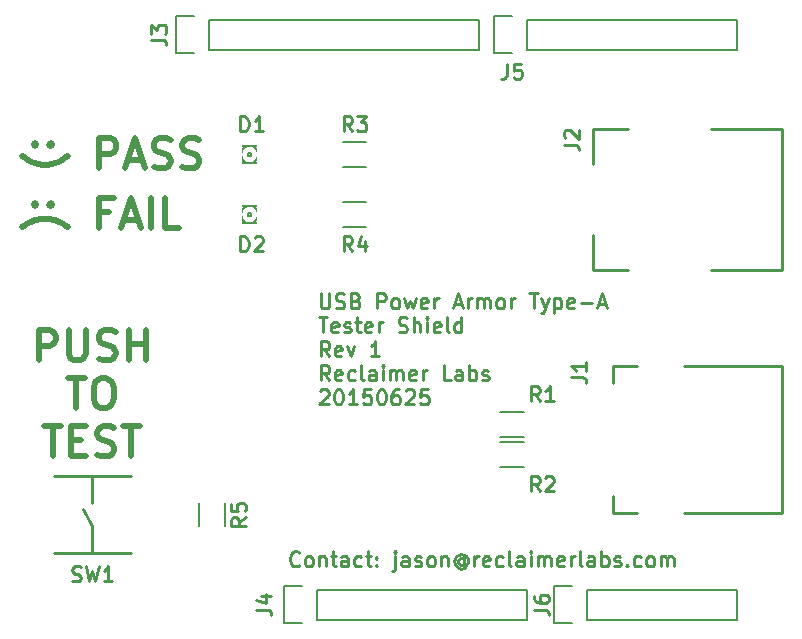
<source format=gto>
G04 #@! TF.FileFunction,Legend,Top*
%FSLAX45Y45*%
G04 Gerber Fmt 4.5, Leading zero omitted, Abs format (unit mm)*
G04 Created by KiCad (PCBNEW (2015-06-14 BZR 5747, Git dc9ebf3)-product) date 6/25/2015 00:27:05*
%MOMM*%
G01*
G04 APERTURE LIST*
%ADD10C,0.254000*%
%ADD11C,0.508000*%
%ADD12C,0.150000*%
%ADD13C,0.100000*%
%ADD14R,1.727200X2.032000*%
%ADD15O,1.727200X2.032000*%
%ADD16R,1.597660X1.800860*%
%ADD17R,3.000000X0.700000*%
%ADD18R,6.040000X3.400000*%
%ADD19C,0.700000*%
%ADD20R,2.000000X1.700000*%
%ADD21R,2.000000X1.600000*%
%ADD22R,1.700000X2.000000*%
%ADD23R,1.550000X1.300000*%
%ADD24R,2.800000X1.000000*%
%ADD25C,2.300000*%
G04 APERTURE END LIST*
D10*
X6833810Y-11094357D02*
X6827762Y-11100405D01*
X6809619Y-11106452D01*
X6797524Y-11106452D01*
X6779381Y-11100405D01*
X6767286Y-11088310D01*
X6761238Y-11076214D01*
X6755191Y-11052024D01*
X6755191Y-11033881D01*
X6761238Y-11009691D01*
X6767286Y-10997595D01*
X6779381Y-10985500D01*
X6797524Y-10979452D01*
X6809619Y-10979452D01*
X6827762Y-10985500D01*
X6833810Y-10991548D01*
X6906381Y-11106452D02*
X6894286Y-11100405D01*
X6888238Y-11094357D01*
X6882191Y-11082262D01*
X6882191Y-11045976D01*
X6888238Y-11033881D01*
X6894286Y-11027833D01*
X6906381Y-11021786D01*
X6924524Y-11021786D01*
X6936619Y-11027833D01*
X6942667Y-11033881D01*
X6948714Y-11045976D01*
X6948714Y-11082262D01*
X6942667Y-11094357D01*
X6936619Y-11100405D01*
X6924524Y-11106452D01*
X6906381Y-11106452D01*
X7003143Y-11021786D02*
X7003143Y-11106452D01*
X7003143Y-11033881D02*
X7009191Y-11027833D01*
X7021286Y-11021786D01*
X7039429Y-11021786D01*
X7051524Y-11027833D01*
X7057572Y-11039929D01*
X7057572Y-11106452D01*
X7099905Y-11021786D02*
X7148286Y-11021786D01*
X7118048Y-10979452D02*
X7118048Y-11088310D01*
X7124095Y-11100405D01*
X7136191Y-11106452D01*
X7148286Y-11106452D01*
X7245048Y-11106452D02*
X7245048Y-11039929D01*
X7239000Y-11027833D01*
X7226905Y-11021786D01*
X7202714Y-11021786D01*
X7190619Y-11027833D01*
X7245048Y-11100405D02*
X7232952Y-11106452D01*
X7202714Y-11106452D01*
X7190619Y-11100405D01*
X7184572Y-11088310D01*
X7184572Y-11076214D01*
X7190619Y-11064119D01*
X7202714Y-11058071D01*
X7232952Y-11058071D01*
X7245048Y-11052024D01*
X7359953Y-11100405D02*
X7347857Y-11106452D01*
X7323667Y-11106452D01*
X7311572Y-11100405D01*
X7305524Y-11094357D01*
X7299476Y-11082262D01*
X7299476Y-11045976D01*
X7305524Y-11033881D01*
X7311572Y-11027833D01*
X7323667Y-11021786D01*
X7347857Y-11021786D01*
X7359953Y-11027833D01*
X7396238Y-11021786D02*
X7444619Y-11021786D01*
X7414381Y-10979452D02*
X7414381Y-11088310D01*
X7420429Y-11100405D01*
X7432524Y-11106452D01*
X7444619Y-11106452D01*
X7486952Y-11094357D02*
X7493000Y-11100405D01*
X7486952Y-11106452D01*
X7480905Y-11100405D01*
X7486952Y-11094357D01*
X7486952Y-11106452D01*
X7486952Y-11027833D02*
X7493000Y-11033881D01*
X7486952Y-11039929D01*
X7480905Y-11033881D01*
X7486952Y-11027833D01*
X7486952Y-11039929D01*
X7644191Y-11021786D02*
X7644191Y-11130643D01*
X7638143Y-11142738D01*
X7626048Y-11148786D01*
X7620000Y-11148786D01*
X7644191Y-10979452D02*
X7638143Y-10985500D01*
X7644191Y-10991548D01*
X7650238Y-10985500D01*
X7644191Y-10979452D01*
X7644191Y-10991548D01*
X7759095Y-11106452D02*
X7759095Y-11039929D01*
X7753048Y-11027833D01*
X7740952Y-11021786D01*
X7716762Y-11021786D01*
X7704667Y-11027833D01*
X7759095Y-11100405D02*
X7747000Y-11106452D01*
X7716762Y-11106452D01*
X7704667Y-11100405D01*
X7698619Y-11088310D01*
X7698619Y-11076214D01*
X7704667Y-11064119D01*
X7716762Y-11058071D01*
X7747000Y-11058071D01*
X7759095Y-11052024D01*
X7813524Y-11100405D02*
X7825619Y-11106452D01*
X7849810Y-11106452D01*
X7861905Y-11100405D01*
X7867952Y-11088310D01*
X7867952Y-11082262D01*
X7861905Y-11070167D01*
X7849810Y-11064119D01*
X7831667Y-11064119D01*
X7819572Y-11058071D01*
X7813524Y-11045976D01*
X7813524Y-11039929D01*
X7819572Y-11027833D01*
X7831667Y-11021786D01*
X7849810Y-11021786D01*
X7861905Y-11027833D01*
X7940524Y-11106452D02*
X7928429Y-11100405D01*
X7922381Y-11094357D01*
X7916333Y-11082262D01*
X7916333Y-11045976D01*
X7922381Y-11033881D01*
X7928429Y-11027833D01*
X7940524Y-11021786D01*
X7958667Y-11021786D01*
X7970762Y-11027833D01*
X7976810Y-11033881D01*
X7982857Y-11045976D01*
X7982857Y-11082262D01*
X7976810Y-11094357D01*
X7970762Y-11100405D01*
X7958667Y-11106452D01*
X7940524Y-11106452D01*
X8037286Y-11021786D02*
X8037286Y-11106452D01*
X8037286Y-11033881D02*
X8043333Y-11027833D01*
X8055429Y-11021786D01*
X8073572Y-11021786D01*
X8085667Y-11027833D01*
X8091714Y-11039929D01*
X8091714Y-11106452D01*
X8230810Y-11045976D02*
X8224762Y-11039929D01*
X8212667Y-11033881D01*
X8200572Y-11033881D01*
X8188476Y-11039929D01*
X8182429Y-11045976D01*
X8176381Y-11058071D01*
X8176381Y-11070167D01*
X8182429Y-11082262D01*
X8188476Y-11088310D01*
X8200572Y-11094357D01*
X8212667Y-11094357D01*
X8224762Y-11088310D01*
X8230810Y-11082262D01*
X8230810Y-11033881D02*
X8230810Y-11082262D01*
X8236857Y-11088310D01*
X8242905Y-11088310D01*
X8255000Y-11082262D01*
X8261048Y-11070167D01*
X8261048Y-11039929D01*
X8248953Y-11021786D01*
X8230810Y-11009691D01*
X8206619Y-11003643D01*
X8182429Y-11009691D01*
X8164286Y-11021786D01*
X8152191Y-11039929D01*
X8146143Y-11064119D01*
X8152191Y-11088310D01*
X8164286Y-11106452D01*
X8182429Y-11118548D01*
X8206619Y-11124595D01*
X8230810Y-11118548D01*
X8248953Y-11106452D01*
X8315476Y-11106452D02*
X8315476Y-11021786D01*
X8315476Y-11045976D02*
X8321524Y-11033881D01*
X8327572Y-11027833D01*
X8339667Y-11021786D01*
X8351762Y-11021786D01*
X8442476Y-11100405D02*
X8430381Y-11106452D01*
X8406191Y-11106452D01*
X8394095Y-11100405D01*
X8388048Y-11088310D01*
X8388048Y-11039929D01*
X8394095Y-11027833D01*
X8406191Y-11021786D01*
X8430381Y-11021786D01*
X8442476Y-11027833D01*
X8448524Y-11039929D01*
X8448524Y-11052024D01*
X8388048Y-11064119D01*
X8557381Y-11100405D02*
X8545286Y-11106452D01*
X8521095Y-11106452D01*
X8509000Y-11100405D01*
X8502953Y-11094357D01*
X8496905Y-11082262D01*
X8496905Y-11045976D01*
X8502953Y-11033881D01*
X8509000Y-11027833D01*
X8521095Y-11021786D01*
X8545286Y-11021786D01*
X8557381Y-11027833D01*
X8629953Y-11106452D02*
X8617857Y-11100405D01*
X8611810Y-11088310D01*
X8611810Y-10979452D01*
X8732762Y-11106452D02*
X8732762Y-11039929D01*
X8726714Y-11027833D01*
X8714619Y-11021786D01*
X8690429Y-11021786D01*
X8678333Y-11027833D01*
X8732762Y-11100405D02*
X8720667Y-11106452D01*
X8690429Y-11106452D01*
X8678333Y-11100405D01*
X8672286Y-11088310D01*
X8672286Y-11076214D01*
X8678333Y-11064119D01*
X8690429Y-11058071D01*
X8720667Y-11058071D01*
X8732762Y-11052024D01*
X8793238Y-11106452D02*
X8793238Y-11021786D01*
X8793238Y-10979452D02*
X8787191Y-10985500D01*
X8793238Y-10991548D01*
X8799286Y-10985500D01*
X8793238Y-10979452D01*
X8793238Y-10991548D01*
X8853714Y-11106452D02*
X8853714Y-11021786D01*
X8853714Y-11033881D02*
X8859762Y-11027833D01*
X8871857Y-11021786D01*
X8890000Y-11021786D01*
X8902095Y-11027833D01*
X8908143Y-11039929D01*
X8908143Y-11106452D01*
X8908143Y-11039929D02*
X8914191Y-11027833D01*
X8926286Y-11021786D01*
X8944429Y-11021786D01*
X8956524Y-11027833D01*
X8962572Y-11039929D01*
X8962572Y-11106452D01*
X9071429Y-11100405D02*
X9059333Y-11106452D01*
X9035143Y-11106452D01*
X9023048Y-11100405D01*
X9017000Y-11088310D01*
X9017000Y-11039929D01*
X9023048Y-11027833D01*
X9035143Y-11021786D01*
X9059333Y-11021786D01*
X9071429Y-11027833D01*
X9077476Y-11039929D01*
X9077476Y-11052024D01*
X9017000Y-11064119D01*
X9131905Y-11106452D02*
X9131905Y-11021786D01*
X9131905Y-11045976D02*
X9137952Y-11033881D01*
X9144000Y-11027833D01*
X9156095Y-11021786D01*
X9168191Y-11021786D01*
X9228667Y-11106452D02*
X9216571Y-11100405D01*
X9210524Y-11088310D01*
X9210524Y-10979452D01*
X9331476Y-11106452D02*
X9331476Y-11039929D01*
X9325429Y-11027833D01*
X9313333Y-11021786D01*
X9289143Y-11021786D01*
X9277048Y-11027833D01*
X9331476Y-11100405D02*
X9319381Y-11106452D01*
X9289143Y-11106452D01*
X9277048Y-11100405D01*
X9271000Y-11088310D01*
X9271000Y-11076214D01*
X9277048Y-11064119D01*
X9289143Y-11058071D01*
X9319381Y-11058071D01*
X9331476Y-11052024D01*
X9391952Y-11106452D02*
X9391952Y-10979452D01*
X9391952Y-11027833D02*
X9404048Y-11021786D01*
X9428238Y-11021786D01*
X9440333Y-11027833D01*
X9446381Y-11033881D01*
X9452429Y-11045976D01*
X9452429Y-11082262D01*
X9446381Y-11094357D01*
X9440333Y-11100405D01*
X9428238Y-11106452D01*
X9404048Y-11106452D01*
X9391952Y-11100405D01*
X9500810Y-11100405D02*
X9512905Y-11106452D01*
X9537095Y-11106452D01*
X9549191Y-11100405D01*
X9555238Y-11088310D01*
X9555238Y-11082262D01*
X9549191Y-11070167D01*
X9537095Y-11064119D01*
X9518952Y-11064119D01*
X9506857Y-11058071D01*
X9500810Y-11045976D01*
X9500810Y-11039929D01*
X9506857Y-11027833D01*
X9518952Y-11021786D01*
X9537095Y-11021786D01*
X9549191Y-11027833D01*
X9609667Y-11094357D02*
X9615714Y-11100405D01*
X9609667Y-11106452D01*
X9603619Y-11100405D01*
X9609667Y-11094357D01*
X9609667Y-11106452D01*
X9724572Y-11100405D02*
X9712476Y-11106452D01*
X9688286Y-11106452D01*
X9676191Y-11100405D01*
X9670143Y-11094357D01*
X9664095Y-11082262D01*
X9664095Y-11045976D01*
X9670143Y-11033881D01*
X9676191Y-11027833D01*
X9688286Y-11021786D01*
X9712476Y-11021786D01*
X9724572Y-11027833D01*
X9797143Y-11106452D02*
X9785048Y-11100405D01*
X9779000Y-11094357D01*
X9772952Y-11082262D01*
X9772952Y-11045976D01*
X9779000Y-11033881D01*
X9785048Y-11027833D01*
X9797143Y-11021786D01*
X9815286Y-11021786D01*
X9827381Y-11027833D01*
X9833429Y-11033881D01*
X9839476Y-11045976D01*
X9839476Y-11082262D01*
X9833429Y-11094357D01*
X9827381Y-11100405D01*
X9815286Y-11106452D01*
X9797143Y-11106452D01*
X9893905Y-11106452D02*
X9893905Y-11021786D01*
X9893905Y-11033881D02*
X9899952Y-11027833D01*
X9912048Y-11021786D01*
X9930191Y-11021786D01*
X9942286Y-11027833D01*
X9948333Y-11039929D01*
X9948333Y-11106452D01*
X9948333Y-11039929D02*
X9954381Y-11027833D01*
X9966476Y-11021786D01*
X9984619Y-11021786D01*
X9996714Y-11027833D01*
X10002762Y-11039929D01*
X10002762Y-11106452D01*
X7015238Y-8795052D02*
X7015238Y-8897862D01*
X7021286Y-8909957D01*
X7027333Y-8916005D01*
X7039429Y-8922052D01*
X7063619Y-8922052D01*
X7075714Y-8916005D01*
X7081762Y-8909957D01*
X7087809Y-8897862D01*
X7087809Y-8795052D01*
X7142238Y-8916005D02*
X7160381Y-8922052D01*
X7190619Y-8922052D01*
X7202714Y-8916005D01*
X7208762Y-8909957D01*
X7214809Y-8897862D01*
X7214809Y-8885767D01*
X7208762Y-8873671D01*
X7202714Y-8867624D01*
X7190619Y-8861576D01*
X7166429Y-8855529D01*
X7154333Y-8849481D01*
X7148286Y-8843433D01*
X7142238Y-8831338D01*
X7142238Y-8819243D01*
X7148286Y-8807148D01*
X7154333Y-8801100D01*
X7166429Y-8795052D01*
X7196667Y-8795052D01*
X7214809Y-8801100D01*
X7311571Y-8855529D02*
X7329714Y-8861576D01*
X7335762Y-8867624D01*
X7341809Y-8879719D01*
X7341809Y-8897862D01*
X7335762Y-8909957D01*
X7329714Y-8916005D01*
X7317619Y-8922052D01*
X7269238Y-8922052D01*
X7269238Y-8795052D01*
X7311571Y-8795052D01*
X7323667Y-8801100D01*
X7329714Y-8807148D01*
X7335762Y-8819243D01*
X7335762Y-8831338D01*
X7329714Y-8843433D01*
X7323667Y-8849481D01*
X7311571Y-8855529D01*
X7269238Y-8855529D01*
X7493000Y-8922052D02*
X7493000Y-8795052D01*
X7541381Y-8795052D01*
X7553476Y-8801100D01*
X7559524Y-8807148D01*
X7565571Y-8819243D01*
X7565571Y-8837386D01*
X7559524Y-8849481D01*
X7553476Y-8855529D01*
X7541381Y-8861576D01*
X7493000Y-8861576D01*
X7638143Y-8922052D02*
X7626048Y-8916005D01*
X7620000Y-8909957D01*
X7613952Y-8897862D01*
X7613952Y-8861576D01*
X7620000Y-8849481D01*
X7626048Y-8843433D01*
X7638143Y-8837386D01*
X7656286Y-8837386D01*
X7668381Y-8843433D01*
X7674429Y-8849481D01*
X7680476Y-8861576D01*
X7680476Y-8897862D01*
X7674429Y-8909957D01*
X7668381Y-8916005D01*
X7656286Y-8922052D01*
X7638143Y-8922052D01*
X7722810Y-8837386D02*
X7747000Y-8922052D01*
X7771190Y-8861576D01*
X7795381Y-8922052D01*
X7819571Y-8837386D01*
X7916333Y-8916005D02*
X7904238Y-8922052D01*
X7880048Y-8922052D01*
X7867952Y-8916005D01*
X7861905Y-8903910D01*
X7861905Y-8855529D01*
X7867952Y-8843433D01*
X7880048Y-8837386D01*
X7904238Y-8837386D01*
X7916333Y-8843433D01*
X7922381Y-8855529D01*
X7922381Y-8867624D01*
X7861905Y-8879719D01*
X7976809Y-8922052D02*
X7976809Y-8837386D01*
X7976809Y-8861576D02*
X7982857Y-8849481D01*
X7988905Y-8843433D01*
X8001000Y-8837386D01*
X8013095Y-8837386D01*
X8146143Y-8885767D02*
X8206619Y-8885767D01*
X8134047Y-8922052D02*
X8176381Y-8795052D01*
X8218714Y-8922052D01*
X8261047Y-8922052D02*
X8261047Y-8837386D01*
X8261047Y-8861576D02*
X8267095Y-8849481D01*
X8273143Y-8843433D01*
X8285238Y-8837386D01*
X8297333Y-8837386D01*
X8339666Y-8922052D02*
X8339666Y-8837386D01*
X8339666Y-8849481D02*
X8345714Y-8843433D01*
X8357809Y-8837386D01*
X8375952Y-8837386D01*
X8388047Y-8843433D01*
X8394095Y-8855529D01*
X8394095Y-8922052D01*
X8394095Y-8855529D02*
X8400143Y-8843433D01*
X8412238Y-8837386D01*
X8430381Y-8837386D01*
X8442476Y-8843433D01*
X8448524Y-8855529D01*
X8448524Y-8922052D01*
X8527143Y-8922052D02*
X8515047Y-8916005D01*
X8509000Y-8909957D01*
X8502952Y-8897862D01*
X8502952Y-8861576D01*
X8509000Y-8849481D01*
X8515047Y-8843433D01*
X8527143Y-8837386D01*
X8545286Y-8837386D01*
X8557381Y-8843433D01*
X8563428Y-8849481D01*
X8569476Y-8861576D01*
X8569476Y-8897862D01*
X8563428Y-8909957D01*
X8557381Y-8916005D01*
X8545286Y-8922052D01*
X8527143Y-8922052D01*
X8623905Y-8922052D02*
X8623905Y-8837386D01*
X8623905Y-8861576D02*
X8629952Y-8849481D01*
X8636000Y-8843433D01*
X8648095Y-8837386D01*
X8660190Y-8837386D01*
X8781143Y-8795052D02*
X8853714Y-8795052D01*
X8817428Y-8922052D02*
X8817428Y-8795052D01*
X8883952Y-8837386D02*
X8914190Y-8922052D01*
X8944428Y-8837386D02*
X8914190Y-8922052D01*
X8902095Y-8952291D01*
X8896047Y-8958338D01*
X8883952Y-8964386D01*
X8992809Y-8837386D02*
X8992809Y-8964386D01*
X8992809Y-8843433D02*
X9004905Y-8837386D01*
X9029095Y-8837386D01*
X9041190Y-8843433D01*
X9047238Y-8849481D01*
X9053286Y-8861576D01*
X9053286Y-8897862D01*
X9047238Y-8909957D01*
X9041190Y-8916005D01*
X9029095Y-8922052D01*
X9004905Y-8922052D01*
X8992809Y-8916005D01*
X9156095Y-8916005D02*
X9144000Y-8922052D01*
X9119809Y-8922052D01*
X9107714Y-8916005D01*
X9101667Y-8903910D01*
X9101667Y-8855529D01*
X9107714Y-8843433D01*
X9119809Y-8837386D01*
X9144000Y-8837386D01*
X9156095Y-8843433D01*
X9162143Y-8855529D01*
X9162143Y-8867624D01*
X9101667Y-8879719D01*
X9216571Y-8873671D02*
X9313333Y-8873671D01*
X9367762Y-8885767D02*
X9428238Y-8885767D01*
X9355666Y-8922052D02*
X9398000Y-8795052D01*
X9440333Y-8922052D01*
X6997095Y-8998252D02*
X7069667Y-8998252D01*
X7033381Y-9125252D02*
X7033381Y-8998252D01*
X7160381Y-9119205D02*
X7148286Y-9125252D01*
X7124095Y-9125252D01*
X7112000Y-9119205D01*
X7105952Y-9107110D01*
X7105952Y-9058729D01*
X7112000Y-9046633D01*
X7124095Y-9040586D01*
X7148286Y-9040586D01*
X7160381Y-9046633D01*
X7166429Y-9058729D01*
X7166429Y-9070824D01*
X7105952Y-9082919D01*
X7214809Y-9119205D02*
X7226905Y-9125252D01*
X7251095Y-9125252D01*
X7263190Y-9119205D01*
X7269238Y-9107110D01*
X7269238Y-9101062D01*
X7263190Y-9088967D01*
X7251095Y-9082919D01*
X7232952Y-9082919D01*
X7220857Y-9076871D01*
X7214809Y-9064776D01*
X7214809Y-9058729D01*
X7220857Y-9046633D01*
X7232952Y-9040586D01*
X7251095Y-9040586D01*
X7263190Y-9046633D01*
X7305524Y-9040586D02*
X7353905Y-9040586D01*
X7323667Y-8998252D02*
X7323667Y-9107110D01*
X7329714Y-9119205D01*
X7341809Y-9125252D01*
X7353905Y-9125252D01*
X7444619Y-9119205D02*
X7432524Y-9125252D01*
X7408333Y-9125252D01*
X7396238Y-9119205D01*
X7390190Y-9107110D01*
X7390190Y-9058729D01*
X7396238Y-9046633D01*
X7408333Y-9040586D01*
X7432524Y-9040586D01*
X7444619Y-9046633D01*
X7450667Y-9058729D01*
X7450667Y-9070824D01*
X7390190Y-9082919D01*
X7505095Y-9125252D02*
X7505095Y-9040586D01*
X7505095Y-9064776D02*
X7511143Y-9052681D01*
X7517190Y-9046633D01*
X7529286Y-9040586D01*
X7541381Y-9040586D01*
X7674428Y-9119205D02*
X7692571Y-9125252D01*
X7722809Y-9125252D01*
X7734905Y-9119205D01*
X7740952Y-9113157D01*
X7747000Y-9101062D01*
X7747000Y-9088967D01*
X7740952Y-9076871D01*
X7734905Y-9070824D01*
X7722809Y-9064776D01*
X7698619Y-9058729D01*
X7686524Y-9052681D01*
X7680476Y-9046633D01*
X7674428Y-9034538D01*
X7674428Y-9022443D01*
X7680476Y-9010348D01*
X7686524Y-9004300D01*
X7698619Y-8998252D01*
X7728857Y-8998252D01*
X7747000Y-9004300D01*
X7801428Y-9125252D02*
X7801428Y-8998252D01*
X7855857Y-9125252D02*
X7855857Y-9058729D01*
X7849809Y-9046633D01*
X7837714Y-9040586D01*
X7819571Y-9040586D01*
X7807476Y-9046633D01*
X7801428Y-9052681D01*
X7916333Y-9125252D02*
X7916333Y-9040586D01*
X7916333Y-8998252D02*
X7910286Y-9004300D01*
X7916333Y-9010348D01*
X7922381Y-9004300D01*
X7916333Y-8998252D01*
X7916333Y-9010348D01*
X8025190Y-9119205D02*
X8013095Y-9125252D01*
X7988905Y-9125252D01*
X7976809Y-9119205D01*
X7970762Y-9107110D01*
X7970762Y-9058729D01*
X7976809Y-9046633D01*
X7988905Y-9040586D01*
X8013095Y-9040586D01*
X8025190Y-9046633D01*
X8031238Y-9058729D01*
X8031238Y-9070824D01*
X7970762Y-9082919D01*
X8103809Y-9125252D02*
X8091714Y-9119205D01*
X8085666Y-9107110D01*
X8085666Y-8998252D01*
X8206619Y-9125252D02*
X8206619Y-8998252D01*
X8206619Y-9119205D02*
X8194524Y-9125252D01*
X8170333Y-9125252D01*
X8158238Y-9119205D01*
X8152190Y-9113157D01*
X8146143Y-9101062D01*
X8146143Y-9064776D01*
X8152190Y-9052681D01*
X8158238Y-9046633D01*
X8170333Y-9040586D01*
X8194524Y-9040586D01*
X8206619Y-9046633D01*
X7087809Y-9328452D02*
X7045476Y-9267976D01*
X7015238Y-9328452D02*
X7015238Y-9201452D01*
X7063619Y-9201452D01*
X7075714Y-9207500D01*
X7081762Y-9213548D01*
X7087809Y-9225643D01*
X7087809Y-9243786D01*
X7081762Y-9255881D01*
X7075714Y-9261929D01*
X7063619Y-9267976D01*
X7015238Y-9267976D01*
X7190619Y-9322405D02*
X7178524Y-9328452D01*
X7154333Y-9328452D01*
X7142238Y-9322405D01*
X7136190Y-9310310D01*
X7136190Y-9261929D01*
X7142238Y-9249833D01*
X7154333Y-9243786D01*
X7178524Y-9243786D01*
X7190619Y-9249833D01*
X7196667Y-9261929D01*
X7196667Y-9274024D01*
X7136190Y-9286119D01*
X7239000Y-9243786D02*
X7269238Y-9328452D01*
X7299476Y-9243786D01*
X7511143Y-9328452D02*
X7438571Y-9328452D01*
X7474857Y-9328452D02*
X7474857Y-9201452D01*
X7462762Y-9219595D01*
X7450667Y-9231691D01*
X7438571Y-9237738D01*
X7087809Y-9531652D02*
X7045476Y-9471176D01*
X7015238Y-9531652D02*
X7015238Y-9404652D01*
X7063619Y-9404652D01*
X7075714Y-9410700D01*
X7081762Y-9416748D01*
X7087809Y-9428843D01*
X7087809Y-9446986D01*
X7081762Y-9459081D01*
X7075714Y-9465129D01*
X7063619Y-9471176D01*
X7015238Y-9471176D01*
X7190619Y-9525605D02*
X7178524Y-9531652D01*
X7154333Y-9531652D01*
X7142238Y-9525605D01*
X7136190Y-9513510D01*
X7136190Y-9465129D01*
X7142238Y-9453033D01*
X7154333Y-9446986D01*
X7178524Y-9446986D01*
X7190619Y-9453033D01*
X7196667Y-9465129D01*
X7196667Y-9477224D01*
X7136190Y-9489319D01*
X7305524Y-9525605D02*
X7293428Y-9531652D01*
X7269238Y-9531652D01*
X7257143Y-9525605D01*
X7251095Y-9519557D01*
X7245048Y-9507462D01*
X7245048Y-9471176D01*
X7251095Y-9459081D01*
X7257143Y-9453033D01*
X7269238Y-9446986D01*
X7293428Y-9446986D01*
X7305524Y-9453033D01*
X7378095Y-9531652D02*
X7366000Y-9525605D01*
X7359952Y-9513510D01*
X7359952Y-9404652D01*
X7480905Y-9531652D02*
X7480905Y-9465129D01*
X7474857Y-9453033D01*
X7462762Y-9446986D01*
X7438571Y-9446986D01*
X7426476Y-9453033D01*
X7480905Y-9525605D02*
X7468809Y-9531652D01*
X7438571Y-9531652D01*
X7426476Y-9525605D01*
X7420428Y-9513510D01*
X7420428Y-9501414D01*
X7426476Y-9489319D01*
X7438571Y-9483271D01*
X7468809Y-9483271D01*
X7480905Y-9477224D01*
X7541381Y-9531652D02*
X7541381Y-9446986D01*
X7541381Y-9404652D02*
X7535333Y-9410700D01*
X7541381Y-9416748D01*
X7547428Y-9410700D01*
X7541381Y-9404652D01*
X7541381Y-9416748D01*
X7601857Y-9531652D02*
X7601857Y-9446986D01*
X7601857Y-9459081D02*
X7607905Y-9453033D01*
X7620000Y-9446986D01*
X7638143Y-9446986D01*
X7650238Y-9453033D01*
X7656286Y-9465129D01*
X7656286Y-9531652D01*
X7656286Y-9465129D02*
X7662333Y-9453033D01*
X7674428Y-9446986D01*
X7692571Y-9446986D01*
X7704667Y-9453033D01*
X7710714Y-9465129D01*
X7710714Y-9531652D01*
X7819571Y-9525605D02*
X7807476Y-9531652D01*
X7783286Y-9531652D01*
X7771190Y-9525605D01*
X7765143Y-9513510D01*
X7765143Y-9465129D01*
X7771190Y-9453033D01*
X7783286Y-9446986D01*
X7807476Y-9446986D01*
X7819571Y-9453033D01*
X7825619Y-9465129D01*
X7825619Y-9477224D01*
X7765143Y-9489319D01*
X7880047Y-9531652D02*
X7880047Y-9446986D01*
X7880047Y-9471176D02*
X7886095Y-9459081D01*
X7892143Y-9453033D01*
X7904238Y-9446986D01*
X7916333Y-9446986D01*
X8115905Y-9531652D02*
X8055428Y-9531652D01*
X8055428Y-9404652D01*
X8212666Y-9531652D02*
X8212666Y-9465129D01*
X8206619Y-9453033D01*
X8194524Y-9446986D01*
X8170333Y-9446986D01*
X8158238Y-9453033D01*
X8212666Y-9525605D02*
X8200571Y-9531652D01*
X8170333Y-9531652D01*
X8158238Y-9525605D01*
X8152190Y-9513510D01*
X8152190Y-9501414D01*
X8158238Y-9489319D01*
X8170333Y-9483271D01*
X8200571Y-9483271D01*
X8212666Y-9477224D01*
X8273143Y-9531652D02*
X8273143Y-9404652D01*
X8273143Y-9453033D02*
X8285238Y-9446986D01*
X8309428Y-9446986D01*
X8321524Y-9453033D01*
X8327571Y-9459081D01*
X8333619Y-9471176D01*
X8333619Y-9507462D01*
X8327571Y-9519557D01*
X8321524Y-9525605D01*
X8309428Y-9531652D01*
X8285238Y-9531652D01*
X8273143Y-9525605D01*
X8382000Y-9525605D02*
X8394095Y-9531652D01*
X8418286Y-9531652D01*
X8430381Y-9525605D01*
X8436428Y-9513510D01*
X8436428Y-9507462D01*
X8430381Y-9495367D01*
X8418286Y-9489319D01*
X8400143Y-9489319D01*
X8388047Y-9483271D01*
X8382000Y-9471176D01*
X8382000Y-9465129D01*
X8388047Y-9453033D01*
X8400143Y-9446986D01*
X8418286Y-9446986D01*
X8430381Y-9453033D01*
X7009190Y-9619948D02*
X7015238Y-9613900D01*
X7027333Y-9607852D01*
X7057571Y-9607852D01*
X7069667Y-9613900D01*
X7075714Y-9619948D01*
X7081762Y-9632043D01*
X7081762Y-9644138D01*
X7075714Y-9662281D01*
X7003143Y-9734852D01*
X7081762Y-9734852D01*
X7160381Y-9607852D02*
X7172476Y-9607852D01*
X7184571Y-9613900D01*
X7190619Y-9619948D01*
X7196667Y-9632043D01*
X7202714Y-9656233D01*
X7202714Y-9686471D01*
X7196667Y-9710662D01*
X7190619Y-9722757D01*
X7184571Y-9728805D01*
X7172476Y-9734852D01*
X7160381Y-9734852D01*
X7148286Y-9728805D01*
X7142238Y-9722757D01*
X7136190Y-9710662D01*
X7130143Y-9686471D01*
X7130143Y-9656233D01*
X7136190Y-9632043D01*
X7142238Y-9619948D01*
X7148286Y-9613900D01*
X7160381Y-9607852D01*
X7323667Y-9734852D02*
X7251095Y-9734852D01*
X7287381Y-9734852D02*
X7287381Y-9607852D01*
X7275286Y-9625995D01*
X7263190Y-9638091D01*
X7251095Y-9644138D01*
X7438571Y-9607852D02*
X7378095Y-9607852D01*
X7372048Y-9668329D01*
X7378095Y-9662281D01*
X7390190Y-9656233D01*
X7420429Y-9656233D01*
X7432524Y-9662281D01*
X7438571Y-9668329D01*
X7444619Y-9680424D01*
X7444619Y-9710662D01*
X7438571Y-9722757D01*
X7432524Y-9728805D01*
X7420429Y-9734852D01*
X7390190Y-9734852D01*
X7378095Y-9728805D01*
X7372048Y-9722757D01*
X7523238Y-9607852D02*
X7535333Y-9607852D01*
X7547429Y-9613900D01*
X7553476Y-9619948D01*
X7559524Y-9632043D01*
X7565571Y-9656233D01*
X7565571Y-9686471D01*
X7559524Y-9710662D01*
X7553476Y-9722757D01*
X7547429Y-9728805D01*
X7535333Y-9734852D01*
X7523238Y-9734852D01*
X7511143Y-9728805D01*
X7505095Y-9722757D01*
X7499048Y-9710662D01*
X7493000Y-9686471D01*
X7493000Y-9656233D01*
X7499048Y-9632043D01*
X7505095Y-9619948D01*
X7511143Y-9613900D01*
X7523238Y-9607852D01*
X7674429Y-9607852D02*
X7650238Y-9607852D01*
X7638143Y-9613900D01*
X7632095Y-9619948D01*
X7620000Y-9638091D01*
X7613952Y-9662281D01*
X7613952Y-9710662D01*
X7620000Y-9722757D01*
X7626048Y-9728805D01*
X7638143Y-9734852D01*
X7662333Y-9734852D01*
X7674429Y-9728805D01*
X7680476Y-9722757D01*
X7686524Y-9710662D01*
X7686524Y-9680424D01*
X7680476Y-9668329D01*
X7674429Y-9662281D01*
X7662333Y-9656233D01*
X7638143Y-9656233D01*
X7626048Y-9662281D01*
X7620000Y-9668329D01*
X7613952Y-9680424D01*
X7734905Y-9619948D02*
X7740952Y-9613900D01*
X7753048Y-9607852D01*
X7783286Y-9607852D01*
X7795381Y-9613900D01*
X7801429Y-9619948D01*
X7807476Y-9632043D01*
X7807476Y-9644138D01*
X7801429Y-9662281D01*
X7728857Y-9734852D01*
X7807476Y-9734852D01*
X7922381Y-9607852D02*
X7861905Y-9607852D01*
X7855857Y-9668329D01*
X7861905Y-9662281D01*
X7874000Y-9656233D01*
X7904238Y-9656233D01*
X7916333Y-9662281D01*
X7922381Y-9668329D01*
X7928429Y-9680424D01*
X7928429Y-9710662D01*
X7922381Y-9722757D01*
X7916333Y-9728805D01*
X7904238Y-9734852D01*
X7874000Y-9734852D01*
X7861905Y-9728805D01*
X7855857Y-9722757D01*
D11*
X4608286Y-8043333D02*
X4596191Y-8055429D01*
X4584095Y-8043333D01*
X4596191Y-8031238D01*
X4608286Y-8043333D01*
X4584095Y-8043333D01*
X4741333Y-8043333D02*
X4729238Y-8055429D01*
X4717143Y-8043333D01*
X4729238Y-8031238D01*
X4741333Y-8043333D01*
X4717143Y-8043333D01*
X4487333Y-8236857D02*
X4499429Y-8224762D01*
X4535714Y-8200571D01*
X4559905Y-8188476D01*
X4596191Y-8176381D01*
X4656667Y-8164286D01*
X4705048Y-8164286D01*
X4765524Y-8176381D01*
X4801810Y-8188476D01*
X4826000Y-8200571D01*
X4862286Y-8224762D01*
X4874381Y-8236857D01*
X4608286Y-7535333D02*
X4596191Y-7547429D01*
X4584095Y-7535333D01*
X4596191Y-7523238D01*
X4608286Y-7535333D01*
X4584095Y-7535333D01*
X4741333Y-7535333D02*
X4729238Y-7547429D01*
X4717143Y-7535333D01*
X4729238Y-7523238D01*
X4741333Y-7535333D01*
X4717143Y-7535333D01*
X4487333Y-7632095D02*
X4499429Y-7644191D01*
X4535714Y-7668381D01*
X4559905Y-7680476D01*
X4596191Y-7692571D01*
X4656667Y-7704667D01*
X4705048Y-7704667D01*
X4765524Y-7692571D01*
X4801810Y-7680476D01*
X4826000Y-7668381D01*
X4862286Y-7644191D01*
X4874381Y-7632095D01*
X5225143Y-8109857D02*
X5140476Y-8109857D01*
X5140476Y-8242905D02*
X5140476Y-7988905D01*
X5261429Y-7988905D01*
X5346095Y-8170333D02*
X5467048Y-8170333D01*
X5321905Y-8242905D02*
X5406571Y-7988905D01*
X5491238Y-8242905D01*
X5575905Y-8242905D02*
X5575905Y-7988905D01*
X5817810Y-8242905D02*
X5696857Y-8242905D01*
X5696857Y-7988905D01*
X5140476Y-7734905D02*
X5140476Y-7480905D01*
X5237238Y-7480905D01*
X5261429Y-7493000D01*
X5273524Y-7505095D01*
X5285619Y-7529286D01*
X5285619Y-7565571D01*
X5273524Y-7589762D01*
X5261429Y-7601857D01*
X5237238Y-7613952D01*
X5140476Y-7613952D01*
X5382381Y-7662333D02*
X5503333Y-7662333D01*
X5358191Y-7734905D02*
X5442857Y-7480905D01*
X5527524Y-7734905D01*
X5600095Y-7722809D02*
X5636381Y-7734905D01*
X5696857Y-7734905D01*
X5721048Y-7722809D01*
X5733143Y-7710714D01*
X5745238Y-7686524D01*
X5745238Y-7662333D01*
X5733143Y-7638143D01*
X5721048Y-7626048D01*
X5696857Y-7613952D01*
X5648476Y-7601857D01*
X5624286Y-7589762D01*
X5612190Y-7577667D01*
X5600095Y-7553476D01*
X5600095Y-7529286D01*
X5612190Y-7505095D01*
X5624286Y-7493000D01*
X5648476Y-7480905D01*
X5708952Y-7480905D01*
X5745238Y-7493000D01*
X5842000Y-7722809D02*
X5878286Y-7734905D01*
X5938762Y-7734905D01*
X5962952Y-7722809D01*
X5975048Y-7710714D01*
X5987143Y-7686524D01*
X5987143Y-7662333D01*
X5975048Y-7638143D01*
X5962952Y-7626048D01*
X5938762Y-7613952D01*
X5890381Y-7601857D01*
X5866190Y-7589762D01*
X5854095Y-7577667D01*
X5842000Y-7553476D01*
X5842000Y-7529286D01*
X5854095Y-7505095D01*
X5866190Y-7493000D01*
X5890381Y-7480905D01*
X5950857Y-7480905D01*
X5987143Y-7493000D01*
X4626429Y-9360505D02*
X4626429Y-9106505D01*
X4723191Y-9106505D01*
X4747381Y-9118600D01*
X4759476Y-9130695D01*
X4771571Y-9154886D01*
X4771571Y-9191171D01*
X4759476Y-9215362D01*
X4747381Y-9227457D01*
X4723191Y-9239552D01*
X4626429Y-9239552D01*
X4880429Y-9106505D02*
X4880429Y-9312124D01*
X4892524Y-9336314D01*
X4904619Y-9348410D01*
X4928810Y-9360505D01*
X4977191Y-9360505D01*
X5001381Y-9348410D01*
X5013476Y-9336314D01*
X5025571Y-9312124D01*
X5025571Y-9106505D01*
X5134429Y-9348410D02*
X5170714Y-9360505D01*
X5231191Y-9360505D01*
X5255381Y-9348410D01*
X5267476Y-9336314D01*
X5279571Y-9312124D01*
X5279571Y-9287933D01*
X5267476Y-9263743D01*
X5255381Y-9251648D01*
X5231191Y-9239552D01*
X5182810Y-9227457D01*
X5158619Y-9215362D01*
X5146524Y-9203267D01*
X5134429Y-9179076D01*
X5134429Y-9154886D01*
X5146524Y-9130695D01*
X5158619Y-9118600D01*
X5182810Y-9106505D01*
X5243286Y-9106505D01*
X5279571Y-9118600D01*
X5388429Y-9360505D02*
X5388429Y-9106505D01*
X5388429Y-9227457D02*
X5533571Y-9227457D01*
X5533571Y-9360505D02*
X5533571Y-9106505D01*
X4874381Y-9512905D02*
X5019524Y-9512905D01*
X4946952Y-9766905D02*
X4946952Y-9512905D01*
X5152571Y-9512905D02*
X5200952Y-9512905D01*
X5225143Y-9525000D01*
X5249333Y-9549191D01*
X5261429Y-9597571D01*
X5261429Y-9682238D01*
X5249333Y-9730619D01*
X5225143Y-9754810D01*
X5200952Y-9766905D01*
X5152571Y-9766905D01*
X5128381Y-9754810D01*
X5104191Y-9730619D01*
X5092095Y-9682238D01*
X5092095Y-9597571D01*
X5104191Y-9549191D01*
X5128381Y-9525000D01*
X5152571Y-9512905D01*
X4674810Y-9919305D02*
X4819952Y-9919305D01*
X4747381Y-10173305D02*
X4747381Y-9919305D01*
X4904619Y-10040257D02*
X4989286Y-10040257D01*
X5025572Y-10173305D02*
X4904619Y-10173305D01*
X4904619Y-9919305D01*
X5025572Y-9919305D01*
X5122333Y-10161210D02*
X5158619Y-10173305D01*
X5219095Y-10173305D01*
X5243286Y-10161210D01*
X5255381Y-10149114D01*
X5267476Y-10124924D01*
X5267476Y-10100733D01*
X5255381Y-10076543D01*
X5243286Y-10064448D01*
X5219095Y-10052352D01*
X5170714Y-10040257D01*
X5146524Y-10028162D01*
X5134429Y-10016067D01*
X5122333Y-9991876D01*
X5122333Y-9967686D01*
X5134429Y-9943495D01*
X5146524Y-9931400D01*
X5170714Y-9919305D01*
X5231191Y-9919305D01*
X5267476Y-9931400D01*
X5340048Y-9919305D02*
X5485191Y-9919305D01*
X5412619Y-10173305D02*
X5412619Y-9919305D01*
D12*
X9271000Y-11303000D02*
X10541000Y-11303000D01*
X10541000Y-11303000D02*
X10541000Y-11557000D01*
X10541000Y-11557000D02*
X9271000Y-11557000D01*
X8989000Y-11275000D02*
X9144000Y-11275000D01*
X9271000Y-11303000D02*
X9271000Y-11557000D01*
X9144000Y-11585000D02*
X8989000Y-11585000D01*
X8989000Y-11585000D02*
X8989000Y-11275000D01*
X6423406Y-7629906D02*
X6403594Y-7629906D01*
X6403594Y-7629906D02*
X6403594Y-7610094D01*
X6423406Y-7610094D02*
X6403594Y-7610094D01*
X6423406Y-7629906D02*
X6423406Y-7610094D01*
X6368542Y-7689850D02*
X6333744Y-7689850D01*
X6333744Y-7689850D02*
X6333744Y-7664958D01*
X6368542Y-7664958D02*
X6333744Y-7664958D01*
X6368542Y-7689850D02*
X6368542Y-7664958D01*
X6333744Y-7689850D02*
X6323584Y-7689850D01*
X6323584Y-7689850D02*
X6323584Y-7570216D01*
X6333744Y-7570216D02*
X6323584Y-7570216D01*
X6333744Y-7689850D02*
X6333744Y-7570216D01*
X6333744Y-7565136D02*
X6323584Y-7565136D01*
X6323584Y-7565136D02*
X6323584Y-7550150D01*
X6333744Y-7550150D02*
X6323584Y-7550150D01*
X6333744Y-7565136D02*
X6333744Y-7550150D01*
X6503416Y-7689850D02*
X6493256Y-7689850D01*
X6493256Y-7689850D02*
X6493256Y-7570216D01*
X6503416Y-7570216D02*
X6493256Y-7570216D01*
X6503416Y-7689850D02*
X6503416Y-7570216D01*
X6503416Y-7565136D02*
X6493256Y-7565136D01*
X6493256Y-7565136D02*
X6493256Y-7550150D01*
X6503416Y-7550150D02*
X6493256Y-7550150D01*
X6503416Y-7565136D02*
X6503416Y-7550150D01*
X6368542Y-7689850D02*
X6353556Y-7689850D01*
X6353556Y-7689850D02*
X6353556Y-7664958D01*
X6368542Y-7664958D02*
X6353556Y-7664958D01*
X6368542Y-7689850D02*
X6368542Y-7664958D01*
X6258560Y-7694930D02*
X6568440Y-7694930D01*
X6568440Y-7694930D02*
X6568440Y-7545070D01*
X6568440Y-7545070D02*
X6258560Y-7545070D01*
X6258560Y-7545070D02*
X6258560Y-7694930D01*
X6468226Y-7669935D02*
G75*
G02X6358636Y-7669784I-54726J49935D01*
G01*
X6468313Y-7570160D02*
G75*
G02X6468364Y-7669784I-54813J-49840D01*
G01*
X6358774Y-7570065D02*
G75*
G02X6468364Y-7570216I54726J-49935D01*
G01*
X6358687Y-7669840D02*
G75*
G02X6358636Y-7570216I54813J49840D01*
G01*
X6423406Y-8137906D02*
X6403594Y-8137906D01*
X6403594Y-8137906D02*
X6403594Y-8118094D01*
X6423406Y-8118094D02*
X6403594Y-8118094D01*
X6423406Y-8137906D02*
X6423406Y-8118094D01*
X6368542Y-8197850D02*
X6333744Y-8197850D01*
X6333744Y-8197850D02*
X6333744Y-8172958D01*
X6368542Y-8172958D02*
X6333744Y-8172958D01*
X6368542Y-8197850D02*
X6368542Y-8172958D01*
X6333744Y-8197850D02*
X6323584Y-8197850D01*
X6323584Y-8197850D02*
X6323584Y-8078216D01*
X6333744Y-8078216D02*
X6323584Y-8078216D01*
X6333744Y-8197850D02*
X6333744Y-8078216D01*
X6333744Y-8073136D02*
X6323584Y-8073136D01*
X6323584Y-8073136D02*
X6323584Y-8058150D01*
X6333744Y-8058150D02*
X6323584Y-8058150D01*
X6333744Y-8073136D02*
X6333744Y-8058150D01*
X6503416Y-8197850D02*
X6493256Y-8197850D01*
X6493256Y-8197850D02*
X6493256Y-8078216D01*
X6503416Y-8078216D02*
X6493256Y-8078216D01*
X6503416Y-8197850D02*
X6503416Y-8078216D01*
X6503416Y-8073136D02*
X6493256Y-8073136D01*
X6493256Y-8073136D02*
X6493256Y-8058150D01*
X6503416Y-8058150D02*
X6493256Y-8058150D01*
X6503416Y-8073136D02*
X6503416Y-8058150D01*
X6368542Y-8197850D02*
X6353556Y-8197850D01*
X6353556Y-8197850D02*
X6353556Y-8172958D01*
X6368542Y-8172958D02*
X6353556Y-8172958D01*
X6368542Y-8197850D02*
X6368542Y-8172958D01*
X6258560Y-8202930D02*
X6568440Y-8202930D01*
X6568440Y-8202930D02*
X6568440Y-8053070D01*
X6568440Y-8053070D02*
X6258560Y-8053070D01*
X6258560Y-8053070D02*
X6258560Y-8202930D01*
X6468226Y-8177935D02*
G75*
G02X6358636Y-8177784I-54726J49935D01*
G01*
X6468313Y-8078160D02*
G75*
G02X6468364Y-8177784I-54813J-49840D01*
G01*
X6358774Y-8078065D02*
G75*
G02X6468364Y-8078216I54726J-49935D01*
G01*
X6358687Y-8177840D02*
G75*
G02X6358636Y-8078216I54813J49840D01*
G01*
D10*
X9320300Y-8301000D02*
X9320300Y-8601000D01*
X9320300Y-8601000D02*
X9620300Y-8601000D01*
X9620300Y-7401000D02*
X9320300Y-7401000D01*
X9320300Y-7401000D02*
X9320300Y-7701000D01*
X10320300Y-7401000D02*
X10920300Y-7401000D01*
X10920300Y-7401000D02*
X10920300Y-8601000D01*
X10920300Y-8601000D02*
X10320300Y-8601000D01*
D12*
X6070600Y-6477000D02*
X8356600Y-6477000D01*
X8356600Y-6477000D02*
X8356600Y-6731000D01*
X8356600Y-6731000D02*
X6070600Y-6731000D01*
X5788600Y-6449000D02*
X5943600Y-6449000D01*
X6070600Y-6477000D02*
X6070600Y-6731000D01*
X5943600Y-6759000D02*
X5788600Y-6759000D01*
X5788600Y-6759000D02*
X5788600Y-6449000D01*
X6985000Y-11303000D02*
X8763000Y-11303000D01*
X8763000Y-11303000D02*
X8763000Y-11557000D01*
X8763000Y-11557000D02*
X6985000Y-11557000D01*
X6703000Y-11275000D02*
X6858000Y-11275000D01*
X6985000Y-11303000D02*
X6985000Y-11557000D01*
X6858000Y-11585000D02*
X6703000Y-11585000D01*
X6703000Y-11585000D02*
X6703000Y-11275000D01*
X8763000Y-6477000D02*
X10541000Y-6477000D01*
X10541000Y-6477000D02*
X10541000Y-6731000D01*
X10541000Y-6731000D02*
X8763000Y-6731000D01*
X8481000Y-6449000D02*
X8636000Y-6449000D01*
X8763000Y-6477000D02*
X8763000Y-6731000D01*
X8636000Y-6759000D02*
X8481000Y-6759000D01*
X8481000Y-6759000D02*
X8481000Y-6449000D01*
X8736000Y-10013500D02*
X8536000Y-10013500D01*
X8536000Y-9798500D02*
X8736000Y-9798500D01*
X8736000Y-10267500D02*
X8536000Y-10267500D01*
X8536000Y-10052500D02*
X8736000Y-10052500D01*
X7202500Y-7722500D02*
X7402500Y-7722500D01*
X7402500Y-7517500D02*
X7202500Y-7517500D01*
X7202500Y-8230500D02*
X7402500Y-8230500D01*
X7402500Y-8025500D02*
X7202500Y-8025500D01*
X5988500Y-10768000D02*
X5988500Y-10568000D01*
X6203500Y-10568000D02*
X6203500Y-10768000D01*
D10*
X5080000Y-10418000D02*
X5080000Y-10343000D01*
X5080000Y-10993000D02*
X5080000Y-10918000D01*
X4755000Y-10993000D02*
X5405000Y-10993000D01*
X4755000Y-10343000D02*
X5405000Y-10343000D01*
X5080000Y-10418000D02*
X5080000Y-10568000D01*
X5005000Y-10618000D02*
X5080000Y-10768000D01*
X5080000Y-10768000D02*
X5080000Y-10918000D01*
X9490760Y-10508000D02*
X9490760Y-10658000D01*
X9490760Y-10658000D02*
X9690760Y-10658000D01*
X9690760Y-9408000D02*
X9490760Y-9408000D01*
X9490760Y-9408000D02*
X9490760Y-9558000D01*
X10920760Y-9408000D02*
X10090760Y-9408000D01*
X10090760Y-10658000D02*
X10920760Y-10658000D01*
X10920760Y-9408000D02*
X10920760Y-10658000D01*
X8820452Y-11472333D02*
X8911167Y-11472333D01*
X8929310Y-11478381D01*
X8941405Y-11490476D01*
X8947452Y-11508619D01*
X8947452Y-11520714D01*
X8820452Y-11357428D02*
X8820452Y-11381619D01*
X8826500Y-11393714D01*
X8832548Y-11399762D01*
X8850691Y-11411857D01*
X8874881Y-11417905D01*
X8923262Y-11417905D01*
X8935357Y-11411857D01*
X8941405Y-11405809D01*
X8947452Y-11393714D01*
X8947452Y-11369524D01*
X8941405Y-11357428D01*
X8935357Y-11351381D01*
X8923262Y-11345333D01*
X8893024Y-11345333D01*
X8880929Y-11351381D01*
X8874881Y-11357428D01*
X8868833Y-11369524D01*
X8868833Y-11393714D01*
X8874881Y-11405809D01*
X8880929Y-11411857D01*
X8893024Y-11417905D01*
X6334748Y-7423452D02*
X6334748Y-7296452D01*
X6364986Y-7296452D01*
X6383129Y-7302500D01*
X6395224Y-7314595D01*
X6401272Y-7326690D01*
X6407319Y-7350881D01*
X6407319Y-7369024D01*
X6401272Y-7393214D01*
X6395224Y-7405309D01*
X6383129Y-7417405D01*
X6364986Y-7423452D01*
X6334748Y-7423452D01*
X6528272Y-7423452D02*
X6455700Y-7423452D01*
X6491986Y-7423452D02*
X6491986Y-7296452D01*
X6479891Y-7314595D01*
X6467795Y-7326690D01*
X6455700Y-7332738D01*
X6334748Y-8439452D02*
X6334748Y-8312452D01*
X6364986Y-8312452D01*
X6383129Y-8318500D01*
X6395224Y-8330595D01*
X6401272Y-8342690D01*
X6407319Y-8366881D01*
X6407319Y-8385024D01*
X6401272Y-8409214D01*
X6395224Y-8421310D01*
X6383129Y-8433405D01*
X6364986Y-8439452D01*
X6334748Y-8439452D01*
X6455700Y-8324548D02*
X6461748Y-8318500D01*
X6473843Y-8312452D01*
X6504081Y-8312452D01*
X6516176Y-8318500D01*
X6522224Y-8324548D01*
X6528272Y-8336643D01*
X6528272Y-8348738D01*
X6522224Y-8366881D01*
X6449653Y-8439452D01*
X6528272Y-8439452D01*
X9074452Y-7535333D02*
X9165167Y-7535333D01*
X9183310Y-7541381D01*
X9195405Y-7553476D01*
X9201452Y-7571619D01*
X9201452Y-7583714D01*
X9086548Y-7480905D02*
X9080500Y-7474857D01*
X9074452Y-7462762D01*
X9074452Y-7432524D01*
X9080500Y-7420428D01*
X9086548Y-7414381D01*
X9098643Y-7408333D01*
X9110738Y-7408333D01*
X9128881Y-7414381D01*
X9201452Y-7486952D01*
X9201452Y-7408333D01*
X5581952Y-6646333D02*
X5672667Y-6646333D01*
X5690809Y-6652381D01*
X5702905Y-6664476D01*
X5708952Y-6682619D01*
X5708952Y-6694714D01*
X5581952Y-6597952D02*
X5581952Y-6519333D01*
X5630333Y-6561667D01*
X5630333Y-6543524D01*
X5636381Y-6531428D01*
X5642429Y-6525381D01*
X5654524Y-6519333D01*
X5684762Y-6519333D01*
X5696857Y-6525381D01*
X5702905Y-6531428D01*
X5708952Y-6543524D01*
X5708952Y-6579809D01*
X5702905Y-6591905D01*
X5696857Y-6597952D01*
X6470952Y-11472333D02*
X6561667Y-11472333D01*
X6579809Y-11478381D01*
X6591905Y-11490476D01*
X6597952Y-11508619D01*
X6597952Y-11520714D01*
X6513286Y-11357428D02*
X6597952Y-11357428D01*
X6464905Y-11387667D02*
X6555619Y-11417905D01*
X6555619Y-11339286D01*
X8593667Y-6851952D02*
X8593667Y-6942667D01*
X8587619Y-6960809D01*
X8575524Y-6972905D01*
X8557381Y-6978952D01*
X8545286Y-6978952D01*
X8714619Y-6851952D02*
X8654143Y-6851952D01*
X8648095Y-6912429D01*
X8654143Y-6906381D01*
X8666238Y-6900333D01*
X8696476Y-6900333D01*
X8708572Y-6906381D01*
X8714619Y-6912429D01*
X8720667Y-6924524D01*
X8720667Y-6954762D01*
X8714619Y-6966857D01*
X8708572Y-6972905D01*
X8696476Y-6978952D01*
X8666238Y-6978952D01*
X8654143Y-6972905D01*
X8648095Y-6966857D01*
X8868833Y-9709452D02*
X8826500Y-9648976D01*
X8796262Y-9709452D02*
X8796262Y-9582452D01*
X8844643Y-9582452D01*
X8856738Y-9588500D01*
X8862786Y-9594548D01*
X8868833Y-9606643D01*
X8868833Y-9624786D01*
X8862786Y-9636881D01*
X8856738Y-9642929D01*
X8844643Y-9648976D01*
X8796262Y-9648976D01*
X8989786Y-9709452D02*
X8917214Y-9709452D01*
X8953500Y-9709452D02*
X8953500Y-9582452D01*
X8941405Y-9600595D01*
X8929310Y-9612691D01*
X8917214Y-9618738D01*
X8868833Y-10471452D02*
X8826500Y-10410976D01*
X8796262Y-10471452D02*
X8796262Y-10344452D01*
X8844643Y-10344452D01*
X8856738Y-10350500D01*
X8862786Y-10356548D01*
X8868833Y-10368643D01*
X8868833Y-10386786D01*
X8862786Y-10398881D01*
X8856738Y-10404929D01*
X8844643Y-10410976D01*
X8796262Y-10410976D01*
X8917214Y-10356548D02*
X8923262Y-10350500D01*
X8935357Y-10344452D01*
X8965595Y-10344452D01*
X8977691Y-10350500D01*
X8983738Y-10356548D01*
X8989786Y-10368643D01*
X8989786Y-10380738D01*
X8983738Y-10398881D01*
X8911167Y-10471452D01*
X8989786Y-10471452D01*
X7281333Y-7423452D02*
X7239000Y-7362976D01*
X7208762Y-7423452D02*
X7208762Y-7296452D01*
X7257143Y-7296452D01*
X7269238Y-7302500D01*
X7275286Y-7308548D01*
X7281333Y-7320643D01*
X7281333Y-7338786D01*
X7275286Y-7350881D01*
X7269238Y-7356929D01*
X7257143Y-7362976D01*
X7208762Y-7362976D01*
X7323667Y-7296452D02*
X7402286Y-7296452D01*
X7359952Y-7344833D01*
X7378095Y-7344833D01*
X7390190Y-7350881D01*
X7396238Y-7356929D01*
X7402286Y-7369024D01*
X7402286Y-7399262D01*
X7396238Y-7411357D01*
X7390190Y-7417405D01*
X7378095Y-7423452D01*
X7341809Y-7423452D01*
X7329714Y-7417405D01*
X7323667Y-7411357D01*
X7281333Y-8439452D02*
X7239000Y-8378976D01*
X7208762Y-8439452D02*
X7208762Y-8312452D01*
X7257143Y-8312452D01*
X7269238Y-8318500D01*
X7275286Y-8324548D01*
X7281333Y-8336643D01*
X7281333Y-8354786D01*
X7275286Y-8366881D01*
X7269238Y-8372929D01*
X7257143Y-8378976D01*
X7208762Y-8378976D01*
X7390190Y-8354786D02*
X7390190Y-8439452D01*
X7359952Y-8306405D02*
X7329714Y-8397119D01*
X7408333Y-8397119D01*
X6383452Y-10689167D02*
X6322976Y-10731500D01*
X6383452Y-10761738D02*
X6256452Y-10761738D01*
X6256452Y-10713357D01*
X6262500Y-10701262D01*
X6268548Y-10695214D01*
X6280643Y-10689167D01*
X6298786Y-10689167D01*
X6310881Y-10695214D01*
X6316929Y-10701262D01*
X6322976Y-10713357D01*
X6322976Y-10761738D01*
X6256452Y-10574262D02*
X6256452Y-10634738D01*
X6316929Y-10640786D01*
X6310881Y-10634738D01*
X6304833Y-10622643D01*
X6304833Y-10592405D01*
X6310881Y-10580310D01*
X6316929Y-10574262D01*
X6329024Y-10568214D01*
X6359262Y-10568214D01*
X6371357Y-10574262D01*
X6377405Y-10580310D01*
X6383452Y-10592405D01*
X6383452Y-10622643D01*
X6377405Y-10634738D01*
X6371357Y-10640786D01*
X4910667Y-11227405D02*
X4928810Y-11233452D01*
X4959048Y-11233452D01*
X4971143Y-11227405D01*
X4977191Y-11221357D01*
X4983238Y-11209262D01*
X4983238Y-11197167D01*
X4977191Y-11185071D01*
X4971143Y-11179024D01*
X4959048Y-11172976D01*
X4934857Y-11166929D01*
X4922762Y-11160881D01*
X4916714Y-11154833D01*
X4910667Y-11142738D01*
X4910667Y-11130643D01*
X4916714Y-11118548D01*
X4922762Y-11112500D01*
X4934857Y-11106452D01*
X4965095Y-11106452D01*
X4983238Y-11112500D01*
X5025572Y-11106452D02*
X5055810Y-11233452D01*
X5080000Y-11142738D01*
X5104191Y-11233452D01*
X5134429Y-11106452D01*
X5249333Y-11233452D02*
X5176762Y-11233452D01*
X5213048Y-11233452D02*
X5213048Y-11106452D01*
X5200953Y-11124595D01*
X5188857Y-11136691D01*
X5176762Y-11142738D01*
X9137952Y-9503833D02*
X9228667Y-9503833D01*
X9246810Y-9509881D01*
X9258905Y-9521976D01*
X9264952Y-9540119D01*
X9264952Y-9552214D01*
X9264952Y-9376833D02*
X9264952Y-9449405D01*
X9264952Y-9413119D02*
X9137952Y-9413119D01*
X9156095Y-9425214D01*
X9168191Y-9437310D01*
X9174238Y-9449405D01*
%LPC*%
D13*
G36*
X6760113Y-9460177D02*
X6755852Y-9469733D01*
X6751590Y-9479289D01*
X6603663Y-9613402D01*
X6455736Y-9747515D01*
X6446657Y-9751084D01*
X6437577Y-9754654D01*
X6225646Y-9754621D01*
X6013715Y-9754587D01*
X6005112Y-9751245D01*
X6002239Y-9750108D01*
X5999670Y-9749050D01*
X5997585Y-9748151D01*
X5996166Y-9747486D01*
X5995634Y-9747180D01*
X5995180Y-9746779D01*
X5993962Y-9745700D01*
X5992008Y-9743966D01*
X5989345Y-9741601D01*
X5986001Y-9738630D01*
X5982004Y-9735078D01*
X5977379Y-9730969D01*
X5972156Y-9726326D01*
X5966361Y-9721175D01*
X5960022Y-9715539D01*
X5953166Y-9709444D01*
X5945820Y-9702913D01*
X5938012Y-9695970D01*
X5929770Y-9688641D01*
X5921120Y-9680949D01*
X5912089Y-9672919D01*
X5902707Y-9664575D01*
X5892999Y-9655942D01*
X5882993Y-9647043D01*
X5872716Y-9637903D01*
X5862197Y-9628547D01*
X5851462Y-9618999D01*
X5844693Y-9612979D01*
X5694627Y-9479501D01*
X5690261Y-9469843D01*
X5685896Y-9460185D01*
X5685922Y-9269946D01*
X5685947Y-9079706D01*
X5690287Y-9070128D01*
X5694627Y-9060550D01*
X5845517Y-8927315D01*
X5996406Y-8794080D01*
X6005290Y-8790711D01*
X6014173Y-8787342D01*
X6062627Y-8787360D01*
X6111081Y-8787378D01*
X6122444Y-8793875D01*
X6133807Y-8800373D01*
X6153225Y-8832883D01*
X6172643Y-8865394D01*
X6174538Y-8872116D01*
X6176433Y-8878838D01*
X6176426Y-8967895D01*
X6176418Y-9056952D01*
X6174373Y-9063831D01*
X6172329Y-9070710D01*
X6073406Y-9227873D01*
X6065957Y-9239707D01*
X6058647Y-9251321D01*
X6051495Y-9262683D01*
X6044523Y-9273760D01*
X6037750Y-9284520D01*
X6031197Y-9294930D01*
X6024885Y-9304957D01*
X6018835Y-9314569D01*
X6013066Y-9323733D01*
X6007600Y-9332417D01*
X6002457Y-9340588D01*
X5997657Y-9348213D01*
X5993221Y-9355259D01*
X5989170Y-9361695D01*
X5985523Y-9367487D01*
X5982303Y-9372603D01*
X5979528Y-9377010D01*
X5977220Y-9380676D01*
X5975399Y-9383568D01*
X5974086Y-9385654D01*
X5973300Y-9386900D01*
X5973073Y-9387261D01*
X5971662Y-9389487D01*
X6032037Y-9446660D01*
X6092411Y-9503833D01*
X6225912Y-9503833D01*
X6359414Y-9503833D01*
X6417281Y-9449008D01*
X6423928Y-9442709D01*
X6430390Y-9436586D01*
X6436622Y-9430679D01*
X6442581Y-9425031D01*
X6448221Y-9419683D01*
X6453499Y-9414678D01*
X6458371Y-9410057D01*
X6462792Y-9405863D01*
X6466718Y-9402137D01*
X6470105Y-9398921D01*
X6472910Y-9396257D01*
X6475087Y-9394187D01*
X6476592Y-9392752D01*
X6477383Y-9391995D01*
X6477450Y-9391930D01*
X6479752Y-9389678D01*
X6376760Y-9230238D01*
X6273768Y-9070799D01*
X6271667Y-9063777D01*
X6269567Y-9056756D01*
X6269567Y-8967860D01*
X6269567Y-8878965D01*
X6271856Y-8871599D01*
X6274145Y-8864232D01*
X6295782Y-8832564D01*
X6299348Y-8827350D01*
X6302759Y-8822371D01*
X6305967Y-8817699D01*
X6308921Y-8813407D01*
X6311571Y-8809567D01*
X6313868Y-8806251D01*
X6315761Y-8803531D01*
X6317200Y-8801480D01*
X6318135Y-8800170D01*
X6318496Y-8799694D01*
X6319268Y-8799104D01*
X6320830Y-8798118D01*
X6323030Y-8796826D01*
X6325718Y-8795315D01*
X6328741Y-8793674D01*
X6330156Y-8792923D01*
X6340740Y-8787352D01*
X6389158Y-8787351D01*
X6437577Y-8787350D01*
X6446678Y-8790918D01*
X6455780Y-8794485D01*
X6603576Y-8927506D01*
X6751373Y-9060527D01*
X6755721Y-9070116D01*
X6760069Y-9079706D01*
X6760091Y-9269942D01*
X6760113Y-9460177D01*
X6760113Y-9460177D01*
X6760113Y-9460177D01*
G37*
X6760113Y-9460177D02*
X6755852Y-9469733D01*
X6751590Y-9479289D01*
X6603663Y-9613402D01*
X6455736Y-9747515D01*
X6446657Y-9751084D01*
X6437577Y-9754654D01*
X6225646Y-9754621D01*
X6013715Y-9754587D01*
X6005112Y-9751245D01*
X6002239Y-9750108D01*
X5999670Y-9749050D01*
X5997585Y-9748151D01*
X5996166Y-9747486D01*
X5995634Y-9747180D01*
X5995180Y-9746779D01*
X5993962Y-9745700D01*
X5992008Y-9743966D01*
X5989345Y-9741601D01*
X5986001Y-9738630D01*
X5982004Y-9735078D01*
X5977379Y-9730969D01*
X5972156Y-9726326D01*
X5966361Y-9721175D01*
X5960022Y-9715539D01*
X5953166Y-9709444D01*
X5945820Y-9702913D01*
X5938012Y-9695970D01*
X5929770Y-9688641D01*
X5921120Y-9680949D01*
X5912089Y-9672919D01*
X5902707Y-9664575D01*
X5892999Y-9655942D01*
X5882993Y-9647043D01*
X5872716Y-9637903D01*
X5862197Y-9628547D01*
X5851462Y-9618999D01*
X5844693Y-9612979D01*
X5694627Y-9479501D01*
X5690261Y-9469843D01*
X5685896Y-9460185D01*
X5685922Y-9269946D01*
X5685947Y-9079706D01*
X5690287Y-9070128D01*
X5694627Y-9060550D01*
X5845517Y-8927315D01*
X5996406Y-8794080D01*
X6005290Y-8790711D01*
X6014173Y-8787342D01*
X6062627Y-8787360D01*
X6111081Y-8787378D01*
X6122444Y-8793875D01*
X6133807Y-8800373D01*
X6153225Y-8832883D01*
X6172643Y-8865394D01*
X6174538Y-8872116D01*
X6176433Y-8878838D01*
X6176426Y-8967895D01*
X6176418Y-9056952D01*
X6174373Y-9063831D01*
X6172329Y-9070710D01*
X6073406Y-9227873D01*
X6065957Y-9239707D01*
X6058647Y-9251321D01*
X6051495Y-9262683D01*
X6044523Y-9273760D01*
X6037750Y-9284520D01*
X6031197Y-9294930D01*
X6024885Y-9304957D01*
X6018835Y-9314569D01*
X6013066Y-9323733D01*
X6007600Y-9332417D01*
X6002457Y-9340588D01*
X5997657Y-9348213D01*
X5993221Y-9355259D01*
X5989170Y-9361695D01*
X5985523Y-9367487D01*
X5982303Y-9372603D01*
X5979528Y-9377010D01*
X5977220Y-9380676D01*
X5975399Y-9383568D01*
X5974086Y-9385654D01*
X5973300Y-9386900D01*
X5973073Y-9387261D01*
X5971662Y-9389487D01*
X6032037Y-9446660D01*
X6092411Y-9503833D01*
X6225912Y-9503833D01*
X6359414Y-9503833D01*
X6417281Y-9449008D01*
X6423928Y-9442709D01*
X6430390Y-9436586D01*
X6436622Y-9430679D01*
X6442581Y-9425031D01*
X6448221Y-9419683D01*
X6453499Y-9414678D01*
X6458371Y-9410057D01*
X6462792Y-9405863D01*
X6466718Y-9402137D01*
X6470105Y-9398921D01*
X6472910Y-9396257D01*
X6475087Y-9394187D01*
X6476592Y-9392752D01*
X6477383Y-9391995D01*
X6477450Y-9391930D01*
X6479752Y-9389678D01*
X6376760Y-9230238D01*
X6273768Y-9070799D01*
X6271667Y-9063777D01*
X6269567Y-9056756D01*
X6269567Y-8967860D01*
X6269567Y-8878965D01*
X6271856Y-8871599D01*
X6274145Y-8864232D01*
X6295782Y-8832564D01*
X6299348Y-8827350D01*
X6302759Y-8822371D01*
X6305967Y-8817699D01*
X6308921Y-8813407D01*
X6311571Y-8809567D01*
X6313868Y-8806251D01*
X6315761Y-8803531D01*
X6317200Y-8801480D01*
X6318135Y-8800170D01*
X6318496Y-8799694D01*
X6319268Y-8799104D01*
X6320830Y-8798118D01*
X6323030Y-8796826D01*
X6325718Y-8795315D01*
X6328741Y-8793674D01*
X6330156Y-8792923D01*
X6340740Y-8787352D01*
X6389158Y-8787351D01*
X6437577Y-8787350D01*
X6446678Y-8790918D01*
X6455780Y-8794485D01*
X6603576Y-8927506D01*
X6751373Y-9060527D01*
X6755721Y-9070116D01*
X6760069Y-9079706D01*
X6760091Y-9269942D01*
X6760113Y-9460177D01*
X6760113Y-9460177D01*
D14*
X9144000Y-11430000D03*
D15*
X9398000Y-11430000D03*
X9652000Y-11430000D03*
X9906000Y-11430000D03*
X10160000Y-11430000D03*
X10414000Y-11430000D03*
D16*
X6555486Y-7620000D03*
X6271514Y-7620000D03*
X6555486Y-8128000D03*
X6271514Y-8128000D03*
D17*
X9320300Y-7814000D03*
X9320300Y-8063000D03*
X9320300Y-8188000D03*
X9320300Y-7939000D03*
D18*
X9962300Y-7322000D03*
X9962300Y-8680000D03*
D19*
X10020300Y-7726000D03*
X10020300Y-8276000D03*
D14*
X5943600Y-6604000D03*
D15*
X6197600Y-6604000D03*
X6451600Y-6604000D03*
X6705600Y-6604000D03*
X6959600Y-6604000D03*
X7213600Y-6604000D03*
X7467600Y-6604000D03*
X7721600Y-6604000D03*
X7975600Y-6604000D03*
X8229600Y-6604000D03*
D14*
X6858000Y-11430000D03*
D15*
X7112000Y-11430000D03*
X7366000Y-11430000D03*
X7620000Y-11430000D03*
X7874000Y-11430000D03*
X8128000Y-11430000D03*
X8382000Y-11430000D03*
X8636000Y-11430000D03*
D14*
X8636000Y-6604000D03*
D15*
X8890000Y-6604000D03*
X9144000Y-6604000D03*
X9398000Y-6604000D03*
X9652000Y-6604000D03*
X9906000Y-6604000D03*
X10160000Y-6604000D03*
X10414000Y-6604000D03*
D20*
X8436000Y-9906000D03*
X8836000Y-9906000D03*
X8436000Y-10160000D03*
X8836000Y-10160000D03*
D21*
X7502500Y-7620000D03*
X7102500Y-7620000D03*
X7502500Y-8128000D03*
X7102500Y-8128000D03*
D22*
X6096000Y-10468000D03*
X6096000Y-10868000D03*
D23*
X4682500Y-10443000D03*
X5477500Y-10443000D03*
X4682500Y-10893000D03*
X5477500Y-10893000D03*
D24*
X9500760Y-10383000D03*
X9500760Y-10133000D03*
X9500760Y-9933000D03*
X9500760Y-9683000D03*
D25*
X9890760Y-10690000D03*
X9890760Y-9376000D03*
M02*

</source>
